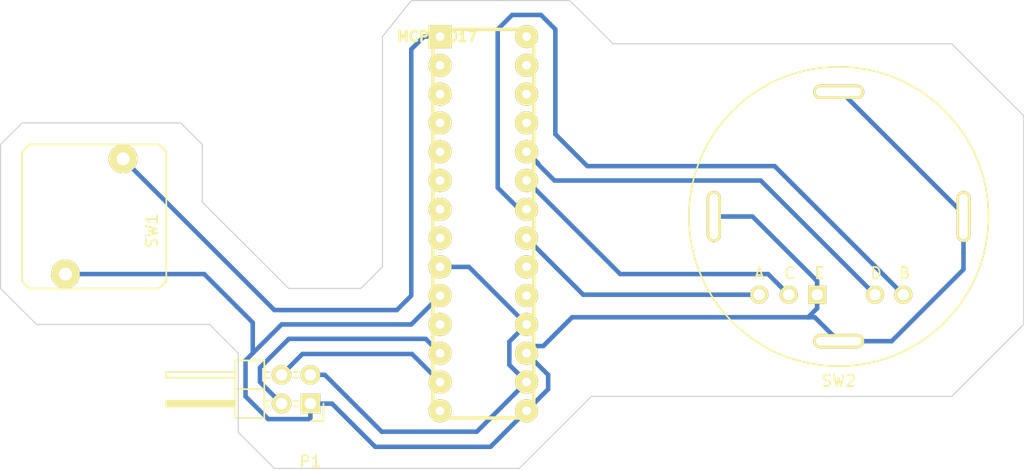
<source format=kicad_pcb>
(kicad_pcb (version 4) (host pcbnew 4.0.2-stable)

  (general
    (links 19)
    (no_connects 1)
    (area 72.974999 44.399999 163.245001 86.185)
    (thickness 1.6)
    (drawings 24)
    (tracks 89)
    (zones 0)
    (modules 4)
    (nets 25)
  )

  (page A4)
  (layers
    (0 F.Cu signal)
    (31 B.Cu signal)
    (32 B.Adhes user)
    (33 F.Adhes user)
    (34 B.Paste user)
    (35 F.Paste user)
    (36 B.SilkS user)
    (37 F.SilkS user)
    (38 B.Mask user)
    (39 F.Mask user)
    (40 Dwgs.User user)
    (41 Cmts.User user)
    (42 Eco1.User user)
    (43 Eco2.User user)
    (44 Edge.Cuts user)
    (45 Margin user)
    (46 B.CrtYd user)
    (47 F.CrtYd user)
    (48 B.Fab user)
    (49 F.Fab user)
  )

  (setup
    (last_trace_width 0.4)
    (trace_clearance 0.3)
    (zone_clearance 0.508)
    (zone_45_only no)
    (trace_min 0.2)
    (segment_width 0.2)
    (edge_width 0.1)
    (via_size 1.6)
    (via_drill 1)
    (via_min_size 0.4)
    (via_min_drill 0.3)
    (uvia_size 0.3)
    (uvia_drill 0.1)
    (uvias_allowed no)
    (uvia_min_size 0.2)
    (uvia_min_drill 0.1)
    (pcb_text_width 0.3)
    (pcb_text_size 1.5 1.5)
    (mod_edge_width 0.15)
    (mod_text_size 1 1)
    (mod_text_width 0.15)
    (pad_size 1.5 1.5)
    (pad_drill 0.6)
    (pad_to_mask_clearance 0)
    (aux_axis_origin 0 0)
    (visible_elements 7FFFFFFF)
    (pcbplotparams
      (layerselection 0x01000_80000001)
      (usegerberextensions false)
      (excludeedgelayer true)
      (linewidth 0.100000)
      (plotframeref false)
      (viasonmask false)
      (mode 1)
      (useauxorigin false)
      (hpglpennumber 1)
      (hpglpenspeed 20)
      (hpglpendiameter 15)
      (hpglpenoverlay 2)
      (psnegative false)
      (psa4output false)
      (plotreference true)
      (plotvalue true)
      (plotinvisibletext false)
      (padsonsilk false)
      (subtractmaskfromsilk false)
      (outputformat 1)
      (mirror false)
      (drillshape 0)
      (scaleselection 1)
      (outputdirectory ""))
  )

  (net 0 "")
  (net 1 GND)
  (net 2 /SCK)
  (net 3 VDD)
  (net 4 /SDA)
  (net 5 /MCSLIP)
  (net 6 /SELECT_C)
  (net 7 /SELECT_A)
  (net 8 /SELECT_D)
  (net 9 /SELECT_B)
  (net 10 "Net-(U1-Pad2)")
  (net 11 "Net-(U1-Pad3)")
  (net 12 "Net-(U1-Pad4)")
  (net 13 "Net-(U1-Pad5)")
  (net 14 "Net-(U1-Pad6)")
  (net 15 "Net-(U1-Pad7)")
  (net 16 "Net-(U1-Pad8)")
  (net 17 "Net-(U1-Pad11)")
  (net 18 "Net-(U1-Pad14)")
  (net 19 "Net-(U1-Pad19)")
  (net 20 "Net-(U1-Pad20)")
  (net 21 "Net-(U1-Pad25)")
  (net 22 "Net-(U1-Pad26)")
  (net 23 "Net-(U1-Pad27)")
  (net 24 "Net-(U1-Pad28)")

  (net_class Default "This is the default net class."
    (clearance 0.3)
    (trace_width 0.4)
    (via_dia 1.6)
    (via_drill 1)
    (uvia_dia 0.3)
    (uvia_drill 0.1)
    (add_net /MCSLIP)
    (add_net /SCK)
    (add_net /SDA)
    (add_net /SELECT_A)
    (add_net /SELECT_B)
    (add_net /SELECT_C)
    (add_net /SELECT_D)
    (add_net GND)
    (add_net "Net-(U1-Pad11)")
    (add_net "Net-(U1-Pad14)")
    (add_net "Net-(U1-Pad19)")
    (add_net "Net-(U1-Pad2)")
    (add_net "Net-(U1-Pad20)")
    (add_net "Net-(U1-Pad25)")
    (add_net "Net-(U1-Pad26)")
    (add_net "Net-(U1-Pad27)")
    (add_net "Net-(U1-Pad28)")
    (add_net "Net-(U1-Pad3)")
    (add_net "Net-(U1-Pad4)")
    (add_net "Net-(U1-Pad5)")
    (add_net "Net-(U1-Pad6)")
    (add_net "Net-(U1-Pad7)")
    (add_net "Net-(U1-Pad8)")
    (add_net VDD)
  )

  (module myparts:ROTARY_BCK1002-custom (layer F.Cu) (tedit 57A8A4EA) (tstamp 57A8A5D2)
    (at 146.89 63.5)
    (path /57A8A7D6)
    (fp_text reference SW2 (at 0 14.5) (layer F.SilkS)
      (effects (font (size 1 1) (thickness 0.15)))
    )
    (fp_text value Coded_Switch (at 0 -6) (layer F.Fab)
      (effects (font (size 1 1) (thickness 0.15)))
    )
    (fp_text user A (at -7 5) (layer F.SilkS)
      (effects (font (size 1 1) (thickness 0.15)))
    )
    (fp_text user C (at -4.3 5) (layer F.SilkS)
      (effects (font (size 1 1) (thickness 0.15)))
    )
    (fp_text user E (at -1.7 5) (layer F.SilkS)
      (effects (font (size 1 1) (thickness 0.15)))
    )
    (fp_text user D (at 3.3 5) (layer F.SilkS)
      (effects (font (size 1 1) (thickness 0.15)))
    )
    (fp_text user B (at 5.8 5) (layer F.SilkS)
      (effects (font (size 1 1) (thickness 0.15)))
    )
    (fp_circle (center 0 0) (end 13.2 0) (layer F.SilkS) (width 0.15))
    (fp_circle (center 0 0) (end 5 0) (layer B.Fab) (width 0.15))
    (pad 1 thru_hole oval (at 0 -11) (size 4.5 1.25) (drill oval 4 0.75) (layers *.Cu *.Mask F.SilkS)
      (net 1 GND))
    (pad 1 thru_hole oval (at 0 11) (size 4.5 1.25) (drill oval 4 0.75) (layers *.Cu *.Mask F.SilkS)
      (net 1 GND))
    (pad 1 thru_hole oval (at 11 0 90) (size 4.5 1.25) (drill oval 4 0.75) (layers *.Cu *.Mask F.SilkS)
      (net 1 GND))
    (pad 1 thru_hole oval (at -11 0 90) (size 4.5 1.25) (drill oval 4 0.75) (layers *.Cu *.Mask F.SilkS)
      (net 1 GND))
    (pad 1 thru_hole rect (at -1.9 6.9) (size 1.6 1.6) (drill 1) (layers *.Cu *.Mask F.SilkS)
      (net 1 GND))
    (pad 4 thru_hole circle (at -4.4 6.9) (size 1.6 1.6) (drill 1) (layers *.Cu *.Mask F.SilkS)
      (net 6 /SELECT_C))
    (pad 2 thru_hole circle (at -7 6.9) (size 1.6 1.6) (drill 1) (layers *.Cu *.Mask F.SilkS)
      (net 7 /SELECT_A))
    (pad 5 thru_hole circle (at 3.2 6.9) (size 1.6 1.6) (drill 1) (layers *.Cu *.Mask F.SilkS)
      (net 8 /SELECT_D))
    (pad 3 thru_hole circle (at 5.7 6.9) (size 1.6 1.6) (drill 1) (layers *.Cu *.Mask F.SilkS)
      (net 9 /SELECT_B))
  )

  (module Pin_Headers:Pin_Header_Angled_2x02 (layer F.Cu) (tedit 0) (tstamp 57A8A5B8)
    (at 100.33 80.01 180)
    (descr "Through hole pin header")
    (tags "pin header")
    (path /57A8B1C9)
    (fp_text reference P1 (at 0 -5.1 180) (layer F.SilkS)
      (effects (font (size 1 1) (thickness 0.15)))
    )
    (fp_text value CONN_02X02 (at 0 -3.1 180) (layer F.Fab)
      (effects (font (size 1 1) (thickness 0.15)))
    )
    (fp_line (start -1.35 -1.75) (end -1.35 4.3) (layer F.CrtYd) (width 0.05))
    (fp_line (start 13.2 -1.75) (end 13.2 4.3) (layer F.CrtYd) (width 0.05))
    (fp_line (start -1.35 -1.75) (end 13.2 -1.75) (layer F.CrtYd) (width 0.05))
    (fp_line (start -1.35 4.3) (end 13.2 4.3) (layer F.CrtYd) (width 0.05))
    (fp_line (start 1.524 2.794) (end 1.016 2.794) (layer F.SilkS) (width 0.15))
    (fp_line (start 1.524 2.286) (end 1.016 2.286) (layer F.SilkS) (width 0.15))
    (fp_line (start 1.524 0.254) (end 1.016 0.254) (layer F.SilkS) (width 0.15))
    (fp_line (start 1.524 -0.254) (end 1.016 -0.254) (layer F.SilkS) (width 0.15))
    (fp_line (start 4.064 -0.254) (end 3.556 -0.254) (layer F.SilkS) (width 0.15))
    (fp_line (start 4.064 0.254) (end 3.556 0.254) (layer F.SilkS) (width 0.15))
    (fp_line (start 4.064 2.286) (end 3.556 2.286) (layer F.SilkS) (width 0.15))
    (fp_line (start 4.064 2.794) (end 3.556 2.794) (layer F.SilkS) (width 0.15))
    (fp_line (start 0 -1.55) (end -1.15 -1.55) (layer F.SilkS) (width 0.15))
    (fp_line (start -1.15 -1.55) (end -1.15 0) (layer F.SilkS) (width 0.15))
    (fp_line (start 6.604 -0.127) (end 12.573 -0.127) (layer F.SilkS) (width 0.15))
    (fp_line (start 12.573 -0.127) (end 12.573 0.127) (layer F.SilkS) (width 0.15))
    (fp_line (start 12.573 0.127) (end 6.731 0.127) (layer F.SilkS) (width 0.15))
    (fp_line (start 6.731 0.127) (end 6.731 0) (layer F.SilkS) (width 0.15))
    (fp_line (start 6.731 0) (end 12.573 0) (layer F.SilkS) (width 0.15))
    (fp_line (start 4.064 3.81) (end 6.604 3.81) (layer F.SilkS) (width 0.15))
    (fp_line (start 4.064 1.27) (end 6.604 1.27) (layer F.SilkS) (width 0.15))
    (fp_line (start 4.064 1.27) (end 4.064 3.81) (layer F.SilkS) (width 0.15))
    (fp_line (start 4.064 3.81) (end 6.604 3.81) (layer F.SilkS) (width 0.15))
    (fp_line (start 6.604 2.286) (end 12.7 2.286) (layer F.SilkS) (width 0.15))
    (fp_line (start 12.7 2.286) (end 12.7 2.794) (layer F.SilkS) (width 0.15))
    (fp_line (start 12.7 2.794) (end 6.604 2.794) (layer F.SilkS) (width 0.15))
    (fp_line (start 6.604 3.81) (end 6.604 1.27) (layer F.SilkS) (width 0.15))
    (fp_line (start 6.604 1.27) (end 6.604 -1.27) (layer F.SilkS) (width 0.15))
    (fp_line (start 12.7 0.254) (end 6.604 0.254) (layer F.SilkS) (width 0.15))
    (fp_line (start 12.7 -0.254) (end 12.7 0.254) (layer F.SilkS) (width 0.15))
    (fp_line (start 6.604 -0.254) (end 12.7 -0.254) (layer F.SilkS) (width 0.15))
    (fp_line (start 4.064 1.27) (end 6.604 1.27) (layer F.SilkS) (width 0.15))
    (fp_line (start 4.064 -1.27) (end 4.064 1.27) (layer F.SilkS) (width 0.15))
    (fp_line (start 4.064 -1.27) (end 6.604 -1.27) (layer F.SilkS) (width 0.15))
    (pad 1 thru_hole rect (at 0 0 180) (size 1.7272 1.7272) (drill 1.016) (layers *.Cu *.Mask F.SilkS)
      (net 1 GND))
    (pad 2 thru_hole oval (at 2.54 0 180) (size 1.7272 1.7272) (drill 1.016) (layers *.Cu *.Mask F.SilkS)
      (net 2 /SCK))
    (pad 3 thru_hole oval (at 0 2.54 180) (size 1.7272 1.7272) (drill 1.016) (layers *.Cu *.Mask F.SilkS)
      (net 3 VDD))
    (pad 4 thru_hole oval (at 2.54 2.54 180) (size 1.7272 1.7272) (drill 1.016) (layers *.Cu *.Mask F.SilkS)
      (net 4 /SDA))
    (model Pin_Headers.3dshapes/Pin_Header_Angled_2x02.wrl
      (at (xyz 0.05 -0.05 0))
      (scale (xyz 1 1 1))
      (rotate (xyz 0 0 90))
    )
  )

  (module Buttons_Switches_ThroughHole:SW_PUSH (layer F.Cu) (tedit 0) (tstamp 57A8A5BE)
    (at 81.28 63.5 270)
    (descr "Bouton poussoir")
    (tags "SWITCH DEV")
    (path /57A8BC2B)
    (fp_text reference SW1 (at 1.27 -5.08 270) (layer F.SilkS)
      (effects (font (size 1 1) (thickness 0.15)))
    )
    (fp_text value SW_PUSH (at 0 0 270) (layer F.Fab)
      (effects (font (size 1 1) (thickness 0.15)))
    )
    (fp_line (start 6.35 -5.715) (end 6.35 5.715) (layer F.SilkS) (width 0.15))
    (fp_line (start 6.35 5.715) (end 5.715 6.35) (layer F.SilkS) (width 0.15))
    (fp_line (start 5.715 6.35) (end -5.715 6.35) (layer F.SilkS) (width 0.15))
    (fp_line (start -5.715 6.35) (end -6.35 5.715) (layer F.SilkS) (width 0.15))
    (fp_line (start -6.35 5.715) (end -6.35 -5.715) (layer F.SilkS) (width 0.15))
    (fp_line (start -5.715 -6.35) (end 5.715 -6.35) (layer F.SilkS) (width 0.15))
    (fp_line (start 5.715 -6.35) (end 6.35 -5.715) (layer F.SilkS) (width 0.15))
    (fp_line (start -6.35 -5.715) (end -5.715 -6.35) (layer F.SilkS) (width 0.15))
    (pad 1 thru_hole circle (at -5.08 -2.54 270) (size 2.54 2.54) (drill 1.143) (layers *.Cu *.Mask F.SilkS)
      (net 5 /MCSLIP))
    (pad 2 thru_hole circle (at 5.08 2.54 270) (size 2.54 2.54) (drill 1.143) (layers *.Cu *.Mask F.SilkS)
      (net 1 GND))
    (model Buttons_Switches_ThroughHole.3dshapes/SW_PUSH.wrl
      (at (xyz 0 0 0))
      (scale (xyz 1 1 1))
      (rotate (xyz 0 0 0))
    )
  )

  (module DIL28:DIL28 (layer F.Cu) (tedit 200000) (tstamp 57A8A5F2)
    (at 111.76 47.625 270)
    (descr "e.g. MCP23017")
    (path /57A8A9AF)
    (fp_text reference U1 (at 0 -0.254 540) (layer F.SilkS)
      (effects (font (size 0.889 0.889) (thickness 0.3048)))
    )
    (fp_text value MCP23017 (at 0 0.254 540) (layer F.SilkS)
      (effects (font (size 0.889 0.889) (thickness 0.3048)))
    )
    (fp_line (start -0.635 0.635) (end 33.655 0.635) (layer F.SilkS) (width 0.3048))
    (fp_line (start 33.655 0.635) (end 33.655 -8.255) (layer F.SilkS) (width 0.3048))
    (fp_line (start 33.655 -8.255) (end -0.635 -8.255) (layer F.SilkS) (width 0.3048))
    (fp_line (start -0.635 -8.255) (end -0.635 0.635) (layer F.SilkS) (width 0.3048))
    (pad 1 thru_hole rect (at 0 0 270) (size 2.032 2.032) (drill 0.762) (layers *.Cu *.Mask F.SilkS)
      (net 5 /MCSLIP))
    (pad 2 thru_hole circle (at 2.54 0 270) (size 2.032 2.032) (drill 0.762) (layers *.Cu *.Mask F.SilkS)
      (net 10 "Net-(U1-Pad2)"))
    (pad 3 thru_hole circle (at 5.08 0 270) (size 2.032 2.032) (drill 0.762) (layers *.Cu *.Mask F.SilkS)
      (net 11 "Net-(U1-Pad3)"))
    (pad 4 thru_hole circle (at 7.62 0 270) (size 2.032 2.032) (drill 0.762) (layers *.Cu *.Mask F.SilkS)
      (net 12 "Net-(U1-Pad4)"))
    (pad 5 thru_hole circle (at 10.16 0 270) (size 2.032 2.032) (drill 0.762) (layers *.Cu *.Mask F.SilkS)
      (net 13 "Net-(U1-Pad5)"))
    (pad 6 thru_hole circle (at 12.7 0 270) (size 2.032 2.032) (drill 0.762) (layers *.Cu *.Mask F.SilkS)
      (net 14 "Net-(U1-Pad6)"))
    (pad 7 thru_hole circle (at 15.24 0 270) (size 2.032 2.032) (drill 0.762) (layers *.Cu *.Mask F.SilkS)
      (net 15 "Net-(U1-Pad7)"))
    (pad 8 thru_hole circle (at 17.78 0 270) (size 2.032 2.032) (drill 0.762) (layers *.Cu *.Mask F.SilkS)
      (net 16 "Net-(U1-Pad8)"))
    (pad 9 thru_hole circle (at 20.32 0 270) (size 2.032 2.032) (drill 0.762) (layers *.Cu *.Mask F.SilkS)
      (net 3 VDD))
    (pad 10 thru_hole circle (at 22.86 0 270) (size 2.032 2.032) (drill 0.762) (layers *.Cu *.Mask F.SilkS)
      (net 1 GND))
    (pad 11 thru_hole circle (at 25.4 0 270) (size 2.032 2.032) (drill 0.762) (layers *.Cu *.Mask F.SilkS)
      (net 17 "Net-(U1-Pad11)"))
    (pad 12 thru_hole circle (at 27.94 0 270) (size 2.032 2.032) (drill 0.762) (layers *.Cu *.Mask F.SilkS)
      (net 2 /SCK))
    (pad 13 thru_hole circle (at 30.48 0 270) (size 2.032 2.032) (drill 0.762) (layers *.Cu *.Mask F.SilkS)
      (net 4 /SDA))
    (pad 14 thru_hole circle (at 33.02 0 270) (size 2.032 2.032) (drill 0.762) (layers *.Cu *.Mask F.SilkS)
      (net 18 "Net-(U1-Pad14)"))
    (pad 15 thru_hole circle (at 33.02 -7.62 90) (size 2.032 2.032) (drill 0.762) (layers *.Cu *.Mask F.SilkS)
      (net 1 GND))
    (pad 16 thru_hole circle (at 30.48 -7.62 90) (size 2.032 2.032) (drill 0.762) (layers *.Cu *.Mask F.SilkS)
      (net 3 VDD))
    (pad 17 thru_hole circle (at 27.94 -7.62 90) (size 2.032 2.032) (drill 0.762) (layers *.Cu *.Mask F.SilkS)
      (net 1 GND))
    (pad 18 thru_hole circle (at 25.4 -7.62 90) (size 2.032 2.032) (drill 0.762) (layers *.Cu *.Mask F.SilkS)
      (net 3 VDD))
    (pad 19 thru_hole circle (at 22.86 -7.62 90) (size 2.032 2.032) (drill 0.762) (layers *.Cu *.Mask F.SilkS)
      (net 19 "Net-(U1-Pad19)"))
    (pad 20 thru_hole circle (at 20.32 -7.62 90) (size 2.032 2.032) (drill 0.762) (layers *.Cu *.Mask F.SilkS)
      (net 20 "Net-(U1-Pad20)"))
    (pad 21 thru_hole circle (at 17.78 -7.62 90) (size 2.032 2.032) (drill 0.762) (layers *.Cu *.Mask F.SilkS)
      (net 7 /SELECT_A))
    (pad 22 thru_hole circle (at 15.24 -7.62 90) (size 2.032 2.032) (drill 0.762) (layers *.Cu *.Mask F.SilkS)
      (net 9 /SELECT_B))
    (pad 23 thru_hole circle (at 12.7 -7.62 90) (size 2.032 2.032) (drill 0.762) (layers *.Cu *.Mask F.SilkS)
      (net 6 /SELECT_C))
    (pad 24 thru_hole circle (at 10.16 -7.62 90) (size 2.032 2.032) (drill 0.762) (layers *.Cu *.Mask F.SilkS)
      (net 8 /SELECT_D))
    (pad 25 thru_hole circle (at 7.62 -7.62 90) (size 2.032 2.032) (drill 0.762) (layers *.Cu *.Mask F.SilkS)
      (net 21 "Net-(U1-Pad25)"))
    (pad 26 thru_hole circle (at 5.08 -7.62 90) (size 2.032 2.032) (drill 0.762) (layers *.Cu *.Mask F.SilkS)
      (net 22 "Net-(U1-Pad26)"))
    (pad 27 thru_hole circle (at 2.54 -7.62 90) (size 2.032 2.032) (drill 0.762) (layers *.Cu *.Mask F.SilkS)
      (net 23 "Net-(U1-Pad27)"))
    (pad 28 thru_hole circle (at 0 -7.62 90) (size 2.032 2.032) (drill 0.762) (layers *.Cu *.Mask F.SilkS)
      (net 24 "Net-(U1-Pad28)"))
  )

  (gr_line (start 123.19 44.45) (end 127 48.26) (layer Edge.Cuts) (width 0.1))
  (gr_line (start 93.98 75.565) (end 91.44 73.025) (layer Edge.Cuts) (width 0.1))
  (gr_line (start 109.22 44.45) (end 123.19 44.45) (layer Edge.Cuts) (width 0.1))
  (gr_line (start 106.68 47.625) (end 109.22 44.45) (layer Edge.Cuts) (width 0.1))
  (gr_line (start 106.68 67.945) (end 106.68 47.625) (layer Edge.Cuts) (width 0.1))
  (gr_line (start 104.775 69.85) (end 106.68 67.945) (layer Edge.Cuts) (width 0.1))
  (gr_line (start 98.425 69.85) (end 104.775 69.85) (layer Edge.Cuts) (width 0.1))
  (gr_line (start 90.805 62.23) (end 98.425 69.85) (layer Edge.Cuts) (width 0.1))
  (gr_line (start 90.805 57.15) (end 90.805 62.23) (layer Edge.Cuts) (width 0.1))
  (gr_line (start 88.9 55.245) (end 90.805 57.15) (layer Edge.Cuts) (width 0.1))
  (gr_line (start 73.025 57.15) (end 74.93 55.245) (layer Edge.Cuts) (width 0.1))
  (gr_line (start 93.98 82.55) (end 97.155 85.725) (layer Edge.Cuts) (width 0.1))
  (gr_line (start 93.98 75.565) (end 93.98 82.55) (layer Edge.Cuts) (width 0.1))
  (gr_line (start 76.2 73.025) (end 91.44 73.025) (layer Edge.Cuts) (width 0.1))
  (gr_line (start 127 48.26) (end 156.845 48.26) (layer Edge.Cuts) (width 0.1))
  (gr_line (start 74.93 55.245) (end 88.9 55.245) (layer Edge.Cuts) (width 0.1))
  (gr_line (start 73.025 69.85) (end 73.025 57.15) (layer Edge.Cuts) (width 0.1))
  (gr_line (start 76.2 73.025) (end 73.025 69.85) (layer Edge.Cuts) (width 0.1))
  (gr_line (start 118.745 85.725) (end 97.155 85.725) (layer Edge.Cuts) (width 0.1))
  (gr_line (start 125.095 79.375) (end 118.745 85.725) (layer Edge.Cuts) (width 0.1))
  (gr_line (start 156.845 79.375) (end 125.095 79.375) (layer Edge.Cuts) (width 0.1))
  (gr_line (start 163.195 73.025) (end 156.845 79.375) (layer Edge.Cuts) (width 0.1))
  (gr_line (start 163.195 54.61) (end 163.195 73.025) (layer Edge.Cuts) (width 0.1))
  (gr_line (start 156.845 48.26) (end 163.195 54.61) (layer Edge.Cuts) (width 0.1))

  (segment (start 111.76 70.485) (end 109.22 73.025) (width 0.4) (layer B.Cu) (net 1))
  (segment (start 97.79 73.025) (end 95.25 75.565) (width 0.4) (layer B.Cu) (net 1))
  (segment (start 109.22 73.025) (end 97.79 73.025) (width 0.4) (layer B.Cu) (net 1))
  (segment (start 144.145 72.39) (end 123.395 72.39) (width 0.4) (layer B.Cu) (net 1))
  (segment (start 123.395 72.39) (end 120.855 74.93) (width 0.4) (layer B.Cu) (net 1))
  (segment (start 120.015 74.93) (end 119.38 75.565) (width 0.4) (layer B.Cu) (net 1))
  (segment (start 120.855 74.93) (end 120.015 74.93) (width 0.4) (layer B.Cu) (net 1))
  (segment (start 119.38 80.645) (end 116.205 83.82) (width 0.4) (layer B.Cu) (net 1))
  (segment (start 116.205 83.82) (end 106.045 83.82) (width 0.4) (layer B.Cu) (net 1))
  (segment (start 106.045 83.82) (end 102.235 80.01) (width 0.4) (layer B.Cu) (net 1))
  (segment (start 102.235 80.01) (end 100.33 80.01) (width 0.4) (layer B.Cu) (net 1))
  (segment (start 95.25 75.565) (end 94.615 76.2) (width 0.4) (layer B.Cu) (net 1))
  (segment (start 94.615 76.2) (end 94.615 79.375) (width 0.4) (layer B.Cu) (net 1))
  (segment (start 94.615 79.375) (end 96.613601 81.373601) (width 0.4) (layer B.Cu) (net 1))
  (segment (start 100.229999 81.373601) (end 100.33 81.2736) (width 0.4) (layer B.Cu) (net 1))
  (segment (start 96.613601 81.373601) (end 100.229999 81.373601) (width 0.4) (layer B.Cu) (net 1))
  (segment (start 100.33 81.2736) (end 100.33 80.01) (width 0.4) (layer B.Cu) (net 1))
  (segment (start 95.25 72.858093) (end 95.25 75.565) (width 0.4) (layer B.Cu) (net 1))
  (segment (start 78.74 68.58) (end 90.971907 68.58) (width 0.4) (layer B.Cu) (net 1))
  (segment (start 90.971907 68.58) (end 95.25 72.858093) (width 0.4) (layer B.Cu) (net 1))
  (segment (start 144.99 70.4) (end 144.99 71.6) (width 0.4) (layer B.Cu) (net 1))
  (segment (start 144.2 72.39) (end 144.145 72.39) (width 0.4) (layer B.Cu) (net 1))
  (segment (start 144.99 71.6) (end 144.2 72.39) (width 0.4) (layer B.Cu) (net 1))
  (segment (start 146.89 74.5) (end 144.78 72.39) (width 0.4) (layer B.Cu) (net 1))
  (segment (start 144.78 72.39) (end 144.145 72.39) (width 0.4) (layer B.Cu) (net 1))
  (segment (start 146.89 74.5) (end 151.56 74.5) (width 0.4) (layer B.Cu) (net 1))
  (segment (start 151.56 74.5) (end 157.89 68.17) (width 0.4) (layer B.Cu) (net 1))
  (segment (start 157.89 68.17) (end 157.89 66.675) (width 0.4) (layer B.Cu) (net 1))
  (segment (start 157.89 66.675) (end 157.89 63.5) (width 0.4) (layer B.Cu) (net 1))
  (segment (start 146.89 52.5) (end 147.115 52.5) (width 0.4) (layer B.Cu) (net 1))
  (segment (start 147.115 52.5) (end 157.89 63.275) (width 0.4) (layer B.Cu) (net 1))
  (segment (start 157.89 63.275) (end 157.89 63.5) (width 0.4) (layer B.Cu) (net 1))
  (segment (start 119.38 75.565) (end 121.285 77.47) (width 0.4) (layer B.Cu) (net 1))
  (segment (start 121.285 77.47) (end 121.285 78.74) (width 0.4) (layer B.Cu) (net 1))
  (segment (start 121.285 78.74) (end 120.395999 79.629001) (width 0.4) (layer B.Cu) (net 1))
  (segment (start 120.395999 79.629001) (end 119.38 80.645) (width 0.4) (layer B.Cu) (net 1))
  (segment (start 144.99 70.4) (end 144.99 69.2) (width 0.4) (layer B.Cu) (net 1))
  (segment (start 144.99 69.2) (end 139.29 63.5) (width 0.4) (layer B.Cu) (net 1))
  (segment (start 139.29 63.5) (end 136.915 63.5) (width 0.4) (layer B.Cu) (net 1))
  (segment (start 136.915 63.5) (end 135.89 63.5) (width 0.4) (layer B.Cu) (net 1))
  (segment (start 145.265 74.5) (end 146.89 74.5) (width 0.4) (layer B.Cu) (net 1))
  (segment (start 97.79 80.01) (end 95.885 78.105) (width 0.4) (layer B.Cu) (net 2))
  (segment (start 110.49 74.295) (end 111.76 75.565) (width 0.4) (layer B.Cu) (net 2))
  (segment (start 95.885 78.105) (end 95.885 76.835) (width 0.4) (layer B.Cu) (net 2))
  (segment (start 95.885 76.835) (end 98.425 74.295) (width 0.4) (layer B.Cu) (net 2))
  (segment (start 98.425 74.295) (end 110.49 74.295) (width 0.4) (layer B.Cu) (net 2))
  (segment (start 100.33 77.47) (end 101.6 77.47) (width 0.4) (layer B.Cu) (net 3))
  (segment (start 101.6 77.47) (end 106.614989 82.484989) (width 0.4) (layer B.Cu) (net 3))
  (segment (start 106.614989 82.484989) (end 115.000011 82.484989) (width 0.4) (layer B.Cu) (net 3))
  (segment (start 115.000011 82.484989) (end 118.364001 79.120999) (width 0.4) (layer B.Cu) (net 3))
  (segment (start 118.364001 79.120999) (end 119.38 78.105) (width 0.4) (layer B.Cu) (net 3))
  (segment (start 119.38 78.105) (end 117.863999 76.588999) (width 0.4) (layer B.Cu) (net 3))
  (segment (start 117.863999 76.588999) (end 117.863999 74.541001) (width 0.4) (layer B.Cu) (net 3))
  (segment (start 118.364001 74.040999) (end 119.38 73.025) (width 0.4) (layer B.Cu) (net 3))
  (segment (start 117.863999 74.541001) (end 118.364001 74.040999) (width 0.4) (layer B.Cu) (net 3))
  (segment (start 111.76 67.945) (end 114.3 67.945) (width 0.4) (layer B.Cu) (net 3))
  (segment (start 114.3 67.945) (end 119.38 73.025) (width 0.4) (layer B.Cu) (net 3))
  (segment (start 97.79 77.47) (end 99.629989 75.630011) (width 0.4) (layer B.Cu) (net 4))
  (segment (start 109.285011 75.630011) (end 110.744001 77.089001) (width 0.4) (layer B.Cu) (net 4))
  (segment (start 99.629989 75.630011) (end 109.285011 75.630011) (width 0.4) (layer B.Cu) (net 4))
  (segment (start 110.744001 77.089001) (end 111.76 78.105) (width 0.4) (layer B.Cu) (net 4))
  (segment (start 111.76 47.625) (end 110.344 47.625) (width 0.4) (layer B.Cu) (net 5))
  (segment (start 110.344 47.625) (end 109.22 48.749) (width 0.4) (layer B.Cu) (net 5))
  (segment (start 109.22 48.749) (end 109.22 70.485) (width 0.4) (layer B.Cu) (net 5))
  (segment (start 109.22 70.485) (end 107.95 71.755) (width 0.4) (layer B.Cu) (net 5))
  (segment (start 107.95 71.755) (end 97.155 71.755) (width 0.4) (layer B.Cu) (net 5))
  (segment (start 97.155 71.755) (end 85.089999 59.689999) (width 0.4) (layer B.Cu) (net 5))
  (segment (start 85.089999 59.689999) (end 83.82 58.42) (width 0.4) (layer B.Cu) (net 5))
  (segment (start 119.38 60.325) (end 127.635 68.58) (width 0.4) (layer B.Cu) (net 6))
  (segment (start 127.635 68.58) (end 140.67 68.58) (width 0.4) (layer B.Cu) (net 6))
  (segment (start 141.690001 69.600001) (end 142.49 70.4) (width 0.4) (layer B.Cu) (net 6))
  (segment (start 140.67 68.58) (end 141.690001 69.600001) (width 0.4) (layer B.Cu) (net 6))
  (segment (start 139.89 70.4) (end 124.375 70.4) (width 0.4) (layer B.Cu) (net 7))
  (segment (start 124.375 70.4) (end 119.38 65.405) (width 0.4) (layer B.Cu) (net 7))
  (segment (start 120.395999 58.800999) (end 119.38 57.785) (width 0.4) (layer B.Cu) (net 8))
  (segment (start 121.840035 60.325) (end 120.395999 58.880964) (width 0.4) (layer B.Cu) (net 8))
  (segment (start 150.09 70.4) (end 140.015 60.325) (width 0.4) (layer B.Cu) (net 8))
  (segment (start 140.015 60.325) (end 121.840035 60.325) (width 0.4) (layer B.Cu) (net 8))
  (segment (start 120.395999 58.880964) (end 120.395999 58.800999) (width 0.4) (layer B.Cu) (net 8))
  (segment (start 119.38 62.865) (end 118.745 62.865) (width 0.4) (layer B.Cu) (net 9))
  (segment (start 141.245 59.055) (end 152.59 70.4) (width 0.4) (layer B.Cu) (net 9))
  (segment (start 118.745 62.865) (end 116.84 60.96) (width 0.4) (layer B.Cu) (net 9))
  (segment (start 116.84 60.96) (end 116.84 46.99) (width 0.4) (layer B.Cu) (net 9))
  (segment (start 116.84 46.99) (end 118.11 45.72) (width 0.4) (layer B.Cu) (net 9))
  (segment (start 118.11 45.72) (end 120.65 45.72) (width 0.4) (layer B.Cu) (net 9))
  (segment (start 120.65 45.72) (end 121.92 46.99) (width 0.4) (layer B.Cu) (net 9))
  (segment (start 121.92 46.99) (end 121.92 56.24) (width 0.4) (layer B.Cu) (net 9))
  (segment (start 121.92 56.24) (end 124.735 59.055) (width 0.4) (layer B.Cu) (net 9))
  (segment (start 124.735 59.055) (end 141.245 59.055) (width 0.4) (layer B.Cu) (net 9))

)

</source>
